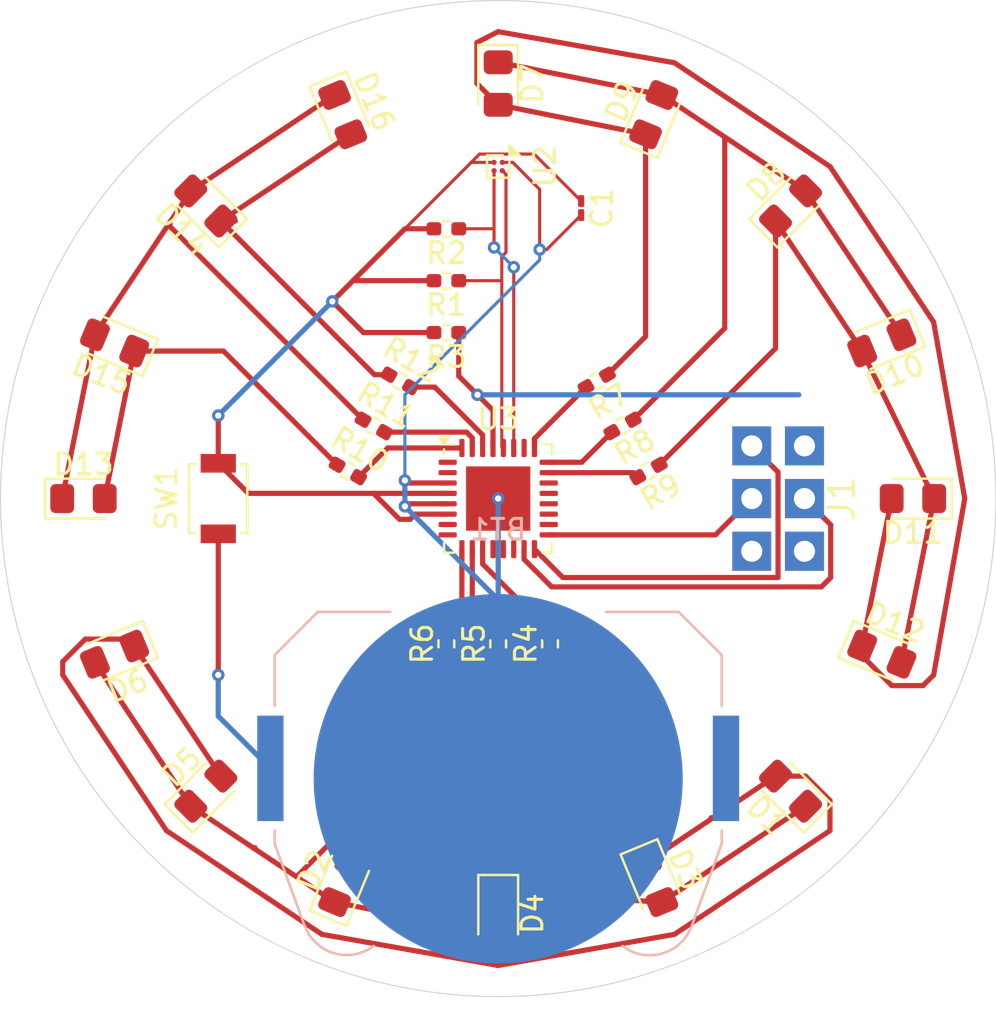
<source format=kicad_pcb>
(kicad_pcb (version 20241229) (generator "pcbnew") (generator_version "9.0")
  (layers (0 "F.Cu" signal) (2 "B.Cu" signal) (13 "F.Paste" user) (15 "B.Paste" user) (5 "F.SilkS" user "F.Silkscreen") (7 "B.SilkS" user "B.Silkscreen") (1 "F.Mask" user) (3 "B.Mask" user) (25 "Edge.Cuts" user))
  (net 0 "")
  (net 1 "GND")
  (net 2 "Net-(BT1-+)")
  (net 3 "+3V0")
  (net 4 "Net-(D1-K)")
  (net 5 "Net-(D1-A)")
  (net 6 "Net-(D2-K)")
  (net 7 "Net-(D11-A)")
  (net 8 "Net-(D10-K)")
  (net 9 "Net-(D10-A)")
  (net 10 "Net-(D13-A)")
  (net 11 "Net-(D13-K)")
  (net 12 "Net-(D14-K)")
  (net 13 "/Reset")
  (net 14 "/Mosi")
  (net 15 "/Sck")
  (net 16 "/Miso")
  (net 17 "Net-(U2-SCL)")
  (net 18 "Net-(U2-SDA)")
  (net 19 "/CP3")
  (net 20 "/CP2")
  (net 21 "/CP1")
  (net 22 "/CP6")
  (net 23 "/CP5")
  (net 24 "/CP4")
  (net 25 "/CP9")
  (net 26 "/CP8")
  (net 27 "/CP7")
  (footprint "Resistor_SMD:R_0402_1005Metric_Pad0.72x0.64mm_HandSolder" (layer "F.Cu") (at 95.25 94.33 -30)
    (property "Reference" "R12" (at 0 -1.17 150) (layer "F.SilkS"))
    (property "Value" "120Ω")
    (fp_line (start -0.167621 0.38) (end 0.167621 0.38) (stroke (width 0.12)) (layer "F.SilkS"))
    (fp_line (start -0.167621 -0.38) (end 0.167621 -0.38) (stroke (width 0.12)) (layer "F.SilkS"))
    (pad "1" smd roundrect (at -0.5975 0 330) (size 0.715 0.64) (layers "F.Cu" "F.Mask" "F.Paste") (net 12 "Net-(D14-K)"))
    (pad "2" smd roundrect (at 0.5975 0 330) (size 0.715 0.64) (layers "F.Cu" "F.Mask" "F.Paste") (net 27 "/CP7"))
  )
  (footprint "LED_SMD:LED_0805_2012Metric_Pad1.15x1.40mm_HandSolder" (layer "F.Cu") (at 120 100 180)
    (property "Reference" "D11" (at 0 -1.65 0) (layer "F.SilkS"))
    (property "Value" "LED")
    (fp_line (start 1 -0.96) (end -1.86 -0.96) (stroke (width 0.12)) (layer "F.SilkS"))
    (fp_line (start -1.86 0.96) (end 1 0.96) (stroke (width 0.12)) (layer "F.SilkS"))
    (fp_line (start -1.86 -0.96) (end -1.86 0.96) (stroke (width 0.12)) (layer "F.SilkS"))
    (pad "1" smd roundrect (at -1.024999 0 180) (size 1.15 1.4) (layers "F.Cu" "F.Mask" "F.Paste") (roundrect_rratio 0.217391) (net 9 "Net-(D10-A)"))
    (pad "2" smd roundrect (at 1.024999 0 180) (size 1.15 1.4) (layers "F.Cu" "F.Mask" "F.Paste") (roundrect_rratio 0.217391) (net 7 "Net-(D11-A)"))
  )
  (footprint "Resistor_SMD:R_0402_1005Metric_Pad0.72x0.64mm_HandSolder" (layer "F.Cu") (at 97.5 92 180)
    (property "Reference" "R3" (at 0 -1.17 0) (layer "F.SilkS"))
    (property "Value" "10KΩ")
    (fp_line (start -0.167621 0.38) (end 0.167621 0.38) (stroke (width 0.12)) (layer "F.SilkS"))
    (fp_line (start -0.167621 -0.38) (end 0.167621 -0.38) (stroke (width 0.12)) (layer "F.SilkS"))
    (pad "1" smd roundrect (at -0.5975 0 180) (size 0.715 0.64) (layers "F.Cu" "F.Mask" "F.Paste") (net 13 "/Reset"))
    (pad "2" smd roundrect (at 0.5975 0 180) (size 0.715 0.64) (layers "F.Cu" "F.Mask" "F.Paste") (net 3 "+3V0"))
  )
  (footprint "Button_Switch_SMD:SW_SPST_B3U-1000P" (layer "F.Cu") (at 86.5 100 90)
    (property "Reference" "SW1" (at 0 -2.5 90) (layer "F.SilkS"))
    (property "Value" "SW_SPST")
    (fp_line (start 1.65 -1.4) (end 1.65 -1.1) (stroke (width 0.12)) (layer "F.SilkS"))
    (fp_line (start -1.65 -1.4) (end 1.65 -1.4) (stroke (width 0.12)) (layer "F.SilkS"))
    (fp_line (start -1.65 -1.1) (end -1.65 -1.4) (stroke (width 0.12)) (layer "F.SilkS"))
    (fp_line (start -1.65 1.1) (end -1.65 1.4) (stroke (width 0.12)) (layer "F.SilkS"))
    (fp_line (start 1.65 1.4) (end 1.65 1.1) (stroke (width 0.12)) (layer "F.SilkS"))
    (fp_line (start -1.65 1.4) (end 1.65 1.4) (stroke (width 0.12)) (layer "F.SilkS"))
    (pad "1" smd rect (at -1.7 0 90) (size 0.9 1.7) (layers "F.Cu" "F.Mask" "F.Paste") (net 2 "Net-(BT1-+)"))
    (pad "2" smd rect (at 1.7 0 90) (size 0.9 1.7) (layers "F.Cu" "F.Mask" "F.Paste") (net 3 "+3V0"))
  )
  (footprint "LED_SMD:LED_0805_2012Metric_Pad1.15x1.40mm_HandSolder" (layer "F.Cu") (at 118.5 107.5 -22.5)
    (property "Reference" "D12" (at 0 -1.65 157.5) (layer "F.SilkS"))
    (property "Value" "LED")
    (fp_line (start -1.860001 0.96) (end 1 0.96) (stroke (width 0.12)) (layer "F.SilkS"))
    (fp_line (start -1.86 -0.96) (end -1.860001 0.96) (stroke (width 0.12)) (layer "F.SilkS"))
    (fp_line (start 1 -0.960001) (end -1.86 -0.96) (stroke (width 0.12)) (layer "F.SilkS"))
    (pad "1" smd roundrect (at -1.025 0.000001 337.5) (size 1.15 1.4) (layers "F.Cu" "F.Mask" "F.Paste") (roundrect_rratio 0.217391) (net 7 "Net-(D11-A)"))
    (pad "2" smd roundrect (at 1.025 -0.000001 337.5) (size 1.15 1.4) (layers "F.Cu" "F.Mask" "F.Paste") (roundrect_rratio 0.217391) (net 9 "Net-(D10-A)"))
  )
  (footprint "Resistor_SMD:R_0402_1005Metric_Pad0.72x0.64mm_HandSolder" (layer "F.Cu") (at 97.5 107 90)
    (property "Reference" "R6" (at 0 -1.17 90) (layer "F.SilkS"))
    (property "Value" "120Ω")
    (fp_line (start -0.167621 -0.38) (end 0.167621 -0.38) (stroke (width 0.12)) (layer "F.SilkS"))
    (fp_line (start -0.167621 0.38) (end 0.167621 0.38) (stroke (width 0.12)) (layer "F.SilkS"))
    (pad "1" smd roundrect (at -0.5975 0 90) (size 0.715 0.64) (layers "F.Cu" "F.Mask" "F.Paste") (net 6 "Net-(D2-K)"))
    (pad "2" smd roundrect (at 0.5975 0 90) (size 0.715 0.64) (layers "F.Cu" "F.Mask" "F.Paste") (net 21 "/CP1"))
  )
  (footprint "LED_SMD:LED_0805_2012Metric_Pad1.15x1.40mm_HandSolder" (layer "F.Cu") (at 85.9 85.9 135)
    (property "Reference" "D14" (at 0 -1.65 135) (layer "F.SilkS"))
    (property "Value" "LED")
    (fp_line (start 1 -0.96) (end -1.86 -0.96) (stroke (width 0.12)) (layer "F.SilkS"))
    (fp_line (start -1.86 -0.96) (end -1.86 0.96) (stroke (width 0.12)) (layer "F.SilkS"))
    (fp_line (start -1.86 0.96) (end 1 0.96) (stroke (width 0.12)) (layer "F.SilkS"))
    (pad "1" smd roundrect (at -1.024999 0 135) (size 1.15 1.4) (layers "F.Cu" "F.Mask" "F.Paste") (roundrect_rratio 0.217391) (net 12 "Net-(D14-K)"))
    (pad "2" smd roundrect (at 1.024999 0 135) (size 1.15 1.4) (layers "F.Cu" "F.Mask" "F.Paste") (roundrect_rratio 0.217391) (net 11 "Net-(D13-K)"))
  )
  (footprint "LED_SMD:LED_0805_2012Metric_Pad1.15x1.40mm_HandSolder" (layer "F.Cu") (at 114.1 114.1 135)
    (property "Reference" "D1" (at 0 -1.65 135) (layer "F.SilkS"))
    (property "Value" "LED")
    (fp_line (start 1 -0.96) (end -1.86 -0.96) (stroke (width 0.12)) (layer "F.SilkS"))
    (fp_line (start -1.86 -0.96) (end -1.86 0.96) (stroke (width 0.12)) (layer "F.SilkS"))
    (fp_line (start -1.86 0.96) (end 1 0.96) (stroke (width 0.12)) (layer "F.SilkS"))
    (pad "1" smd roundrect (at -1.024999 0 135) (size 1.15 1.4) (layers "F.Cu" "F.Mask" "F.Paste") (roundrect_rratio 0.217391) (net 4 "Net-(D1-K)"))
    (pad "2" smd roundrect (at 1.024999 0 135) (size 1.15 1.4) (layers "F.Cu" "F.Mask" "F.Paste") (roundrect_rratio 0.217391) (net 5 "Net-(D1-A)"))
  )
  (footprint "Resistor_SMD:R_0402_1005Metric_Pad0.72x0.64mm_HandSolder" (layer "F.Cu") (at 104.75 94.33 -150)
    (property "Reference" "R7" (at 0 -1.17 30) (layer "F.SilkS"))
    (property "Value" "120Ω")
    (fp_line (start -0.167621 0.38) (end 0.167621 0.38) (stroke (width 0.12)) (layer "F.SilkS"))
    (fp_line (start -0.167621 -0.38) (end 0.167621 -0.38) (stroke (width 0.12)) (layer "F.SilkS"))
    (pad "1" smd roundrect (at -0.5975 0 210) (size 0.715 0.64) (layers "F.Cu" "F.Mask" "F.Paste") (net 7 "Net-(D11-A)"))
    (pad "2" smd roundrect (at 0.5975 0 210) (size 0.715 0.64) (layers "F.Cu" "F.Mask" "F.Paste") (net 22 "/CP6"))
  )
  (footprint "LED_SMD:LED_0805_2012Metric_Pad1.15x1.40mm_HandSolder" (layer "F.Cu") (at 118.5 92.5 -157.5)
    (property "Reference" "D10" (at 0.000001 -1.65 22.5) (layer "F.SilkS"))
    (property "Value" "LED")
    (fp_line (start 1.000001 -0.96) (end -1.86 -0.96) (stroke (width 0.12)) (layer "F.SilkS"))
    (fp_line (start -1.86 0.959999) (end 0.999999 0.96) (stroke (width 0.12)) (layer "F.SilkS"))
    (fp_line (start -1.86 -0.96) (end -1.86 0.959999) (stroke (width 0.12)) (layer "F.SilkS"))
    (pad "1" smd roundrect (at -1.025001 0 202.5) (size 1.15 1.4) (layers "F.Cu" "F.Mask" "F.Paste") (roundrect_rratio 0.217391) (net 8 "Net-(D10-K)"))
    (pad "2" smd roundrect (at 1.025001 0 202.5) (size 1.15 1.4) (layers "F.Cu" "F.Mask" "F.Paste") (roundrect_rratio 0.217391) (net 9 "Net-(D10-A)"))
  )
  (footprint "LED_SMD:LED_0805_2012Metric_Pad1.15x1.40mm_HandSolder" (layer "F.Cu") (at 81.5 92.5 157.5)
    (property "Reference" "D15" (at -0.000001 -1.65 157.5) (layer "F.SilkS"))
    (property "Value" "LED")
    (fp_line (start 0.999999 -0.96) (end -1.86 -0.959999) (stroke (width 0.12)) (layer "F.SilkS"))
    (fp_line (start -1.86 -0.959999) (end -1.86 0.96) (stroke (width 0.12)) (layer "F.SilkS"))
    (fp_line (start -1.86 0.96) (end 1.000001 0.96) (stroke (width 0.12)) (layer "F.SilkS"))
    (pad "1" smd roundrect (at -1.025001 0 157.5) (size 1.15 1.4) (layers "F.Cu" "F.Mask" "F.Paste") (roundrect_rratio 0.217391) (net 10 "Net-(D13-A)"))
    (pad "2" smd roundrect (at 1.025001 0 157.5) (size 1.15 1.4) (layers "F.Cu" "F.Mask" "F.Paste") (roundrect_rratio 0.217391) (net 11 "Net-(D13-K)"))
  )
  (footprint "Resistor_SMD:R_0402_1005Metric_Pad0.72x0.64mm_HandSolder" (layer "F.Cu") (at 97.5 87 180)
    (property "Reference" "R2" (at 0 -1.17 0) (layer "F.SilkS"))
    (property "Value" "10KΩ")
    (fp_line (start -0.167621 0.38) (end 0.167621 0.38) (stroke (width 0.12)) (layer "F.SilkS"))
    (fp_line (start -0.167621 -0.38) (end 0.167621 -0.38) (stroke (width 0.12)) (layer "F.SilkS"))
    (pad "1" smd roundrect (at -0.5975 0 180) (size 0.715 0.64) (layers "F.Cu" "F.Mask" "F.Paste") (net 18 "Net-(U2-SDA)"))
    (pad "2" smd roundrect (at 0.5975 0 180) (size 0.715 0.64) (layers "F.Cu" "F.Mask" "F.Paste") (net 3 "+3V0"))
  )
  (footprint "LED_SMD:LED_0805_2012Metric_Pad1.15x1.40mm_HandSolder" (layer "F.Cu") (at 100 120 -90)
    (property "Reference" "D4" (at 0 -1.65 90) (layer "F.SilkS"))
    (property "Value" "LED")
    (fp_line (start -1.86 0.96) (end 1 0.96) (stroke (width 0.12)) (layer "F.SilkS"))
    (fp_line (start -1.86 -0.96) (end -1.86 0.96) (stroke (width 0.12)) (layer "F.SilkS"))
    (fp_line (start 1 -0.96) (end -1.86 -0.96) (stroke (width 0.12)) (layer "F.SilkS"))
    (pad "1" smd roundrect (at -1.024999 0 270) (size 1.15 1.4) (layers "F.Cu" "F.Mask" "F.Paste") (roundrect_rratio 0.217391) (net 4 "Net-(D1-K)"))
    (pad "2" smd roundrect (at 1.024999 0 270) (size 1.15 1.4) (layers "F.Cu" "F.Mask" "F.Paste") (roundrect_rratio 0.217391) (net 6 "Net-(D2-K)"))
  )
  (footprint "LED_SMD:LED_0805_2012Metric_Pad1.15x1.40mm_HandSolder" (layer "F.Cu") (at 80 100)
    (property "Reference" "D13" (at 0 -1.65 0) (layer "F.SilkS"))
    (property "Value" "LED")
    (fp_line (start -1.86 -0.96) (end -1.86 0.96) (stroke (width 0.12)) (layer "F.SilkS"))
    (fp_line (start -1.86 0.96) (end 1 0.96) (stroke (width 0.12)) (layer "F.SilkS"))
    (fp_line (start 1 -0.96) (end -1.86 -0.96) (stroke (width 0.12)) (layer "F.SilkS"))
    (pad "1" smd roundrect (at -1.025 0) (size 1.15 1.4) (layers "F.Cu" "F.Mask" "F.Paste") (roundrect_rratio 0.217391) (net 11 "Net-(D13-K)"))
    (pad "2" smd roundrect (at 1.025 0) (size 1.15 1.4) (layers "F.Cu" "F.Mask" "F.Paste") (roundrect_rratio 0.217391) (net 10 "Net-(D13-A)"))
  )
  (footprint "Resistor_SMD:R_0402_1005Metric_Pad0.72x0.64mm_HandSolder" (layer "F.Cu") (at 100 107 90)
    (property "Reference" "R5" (at 0 -1.17 90) (layer "F.SilkS"))
    (property "Value" "120Ω")
    (fp_line (start -0.167621 -0.38) (end 0.167621 -0.38) (stroke (width 0.12)) (layer "F.SilkS"))
    (fp_line (start -0.167621 0.38) (end 0.167621 0.38) (stroke (width 0.12)) (layer "F.SilkS"))
    (pad "1" smd roundrect (at -0.5975 0 90) (size 0.715 0.64) (layers "F.Cu" "F.Mask" "F.Paste") (net 4 "Net-(D1-K)"))
    (pad "2" smd roundrect (at 0.5975 0 90) (size 0.715 0.64) (layers "F.Cu" "F.Mask" "F.Paste") (net 20 "/CP2"))
  )
  (footprint "Resistor_SMD:R_0402_1005Metric_Pad0.72x0.64mm_HandSolder" (layer "F.Cu") (at 97.5 89.5 180)
    (property "Reference" "R1" (at 0 -1.17 0) (layer "F.SilkS"))
    (property "Value" "10KΩ")
    (fp_line (start -0.167621 0.38) (end 0.167621 0.38) (stroke (width 0.12)) (layer "F.SilkS"))
    (fp_line (start -0.167621 -0.38) (end 0.167621 -0.38) (stroke (width 0.12)) (layer "F.SilkS"))
    (pad "1" smd roundrect (at -0.5975 0 180) (size 0.715 0.64) (layers "F.Cu" "F.Mask" "F.Paste") (net 17 "Net-(U2-SCL)"))
    (pad "2" smd roundrect (at 0.5975 0 180) (size 0.715 0.64) (layers "F.Cu" "F.Mask" "F.Paste") (net 3 "+3V0"))
  )
  (footprint "Resistor_SMD:R_0402_1005Metric_Pad0.72x0.64mm_HandSolder" (layer "F.Cu") (at 94 96.5 -30)
    (property "Reference" "R11" (at 0 -1.17 150) (layer "F.SilkS"))
    (property "Value" "120Ω")
    (fp_line (start -0.167621 0.38) (end 0.167621 0.38) (stroke (width 0.12)) (layer "F.SilkS"))
    (fp_line (start -0.167621 -0.38) (end 0.167621 -0.38) (stroke (width 0.12)) (layer "F.SilkS"))
    (pad "1" smd roundrect (at -0.5975 0 330) (size 0.715 0.64) (layers "F.Cu" "F.Mask" "F.Paste") (net 11 "Net-(D13-K)"))
    (pad "2" smd roundrect (at 0.5975 0 330) (size 0.715 0.64) (layers "F.Cu" "F.Mask" "F.Paste") (net 26 "/CP8"))
  )
  (footprint "LED_SMD:LED_0805_2012Metric_Pad1.15x1.40mm_HandSolder" (layer "F.Cu") (at 81.5 107.5 -157.5)
    (property "Reference" "D6" (at -0.000001 -1.65 22.5) (layer "F.SilkS"))
    (property "Value" "LED")
    (fp_line (start 0.999999 -0.959999) (end -1.86 -0.96) (stroke (width 0.12)) (layer "F.SilkS"))
    (fp_line (start -1.86 0.959999) (end 1 0.96) (stroke (width 0.12)) (layer "F.SilkS"))
    (fp_line (start -1.86 -0.96) (end -1.86 0.959999) (stroke (width 0.12)) (layer "F.SilkS"))
    (pad "1" smd roundrect (at -1.025001 0 202.5) (size 1.15 1.4) (layers "F.Cu" "F.Mask" "F.Paste") (roundrect_rratio 0.217391) (net 5 "Net-(D1-A)"))
    (pad "2" smd roundrect (at 1.025001 0 202.5) (size 1.15 1.4) (layers "F.Cu" "F.Mask" "F.Paste") (roundrect_rratio 0.217391) (net 6 "Net-(D2-K)"))
  )
  (footprint "LED_SMD:LED_0805_2012Metric_Pad1.15x1.40mm_HandSolder" (layer "F.Cu") (at 100 80 -90)
    (property "Reference" "D7" (at 0 -1.65 90) (layer "F.SilkS"))
    (property "Value" "LED")
    (fp_line (start -1.86 0.96) (end 1 0.96) (stroke (width 0.12)) (layer "F.SilkS"))
    (fp_line (start -1.86 -0.96) (end -1.86 0.96) (stroke (width 0.12)) (layer "F.SilkS"))
    (fp_line (start 1 -0.96) (end -1.86 -0.96) (stroke (width 0.12)) (layer "F.SilkS"))
    (pad "1" smd roundrect (at -1.025 0 270) (size 1.15 1.4) (layers "F.Cu" "F.Mask" "F.Paste") (roundrect_rratio 0.217391) (net 8 "Net-(D10-K)"))
    (pad "2" smd roundrect (at 1.025 0 270) (size 1.15 1.4) (layers "F.Cu" "F.Mask" "F.Paste") (roundrect_rratio 0.217391) (net 7 "Net-(D11-A)"))
  )
  (footprint "Resistor_SMD:R_0402_1005Metric_Pad0.72x0.64mm_HandSolder" (layer "F.Cu") (at 106 96.5 -150)
    (property "Reference" "R8" (at 0 -1.17 30) (layer "F.SilkS"))
    (property "Value" "120Ω")
    (fp_line (start -0.167621 0.380001) (end 0.167621 0.380001) (stroke (width 0.12)) (layer "F.SilkS"))
    (fp_line (start -0.167621 -0.380001) (end 0.167621 -0.380001) (stroke (width 0.12)) (layer "F.SilkS"))
    (pad "1" smd roundrect (at -0.5975 0 210) (size 0.715 0.64) (layers "F.Cu" "F.Mask" "F.Paste") (net 8 "Net-(D10-K)"))
    (pad "2" smd roundrect (at 0.5975 0 210) (size 0.715 0.64) (layers "F.Cu" "F.Mask" "F.Paste") (net 23 "/CP5"))
  )
  (footprint "LED_SMD:LED_0805_2012Metric_Pad1.15x1.40mm_HandSolder" (layer "F.Cu") (at 114.1 85.9 45)
    (property "Reference" "D8" (at 0 -1.65 45) (layer "F.SilkS"))
    (property "Value" "LED")
    (fp_line (start -1.86 -0.96) (end -1.86 0.96) (stroke (width 0.12)) (layer "F.SilkS"))
    (fp_line (start -1.86 0.96) (end 1 0.96) (stroke (width 0.12)) (layer "F.SilkS"))
    (fp_line (start 1 -0.96) (end -1.86 -0.96) (stroke (width 0.12)) (layer "F.SilkS"))
    (pad "1" smd roundrect (at -1.024999 0 45) (size 1.15 1.4) (layers "F.Cu" "F.Mask" "F.Paste") (roundrect_rratio 0.217391) (net 9 "Net-(D10-A)"))
    (pad "2" smd roundrect (at 1.024999 0 45) (size 1.15 1.4) (layers "F.Cu" "F.Mask" "F.Paste") (roundrect_rratio 0.217391) (net 8 "Net-(D10-K)"))
  )
  (footprint "LED_SMD:LED_0805_2012Metric_Pad1.15x1.40mm_HandSolder" (layer "F.Cu") (at 107.5 118.5 -67.5)
    (property "Reference" "D3" (at 0 -1.65 112.5) (layer "F.SilkS"))
    (property "Value" "LED")
    (fp_line (start -1.86 0.96) (end 1 0.96) (stroke (width 0.12)) (layer "F.SilkS"))
    (fp_line (start -1.86 -0.96) (end -1.86 0.96) (stroke (width 0.12)) (layer "F.SilkS"))
    (fp_line (start 1 -0.96) (end -1.86 -0.96) (stroke (width 0.12)) (layer "F.SilkS"))
    (pad "1" smd roundrect (at -1.025001 0 292.5) (size 1.15 1.4) (layers "F.Cu" "F.Mask" "F.Paste") (roundrect_rratio 0.217391) (net 5 "Net-(D1-A)"))
    (pad "2" smd roundrect (at 1.025001 0 292.5) (size 1.15 1.4) (layers "F.Cu" "F.Mask" "F.Paste") (roundrect_rratio 0.217391) (net 4 "Net-(D1-K)"))
  )
  (footprint "Custom Library:2X3-NS" (layer "F.Cu") (at 113.5 100 -90)
    (property "Reference" "J1" (at 0 -3.0448 90) (layer "F.SilkS") (effects (font (size 1.27 1.27))))
    (property "Value" "AVR_SPI_PRG_6NS")
    (pad "1" thru_hole rect (at -2.54 1.27 270) (size 1.8796 1.8796) (drill 1.016) (layers "*.Cu" "*.Mask") (net 16 "/Miso"))
    (pad "2" thru_hole rect (at -2.54 -1.27 270) (size 1.8796 1.8796) (drill 1.016) (layers "*.Cu" "*.Mask") (net 3 "+3V0"))
    (pad "3" thru_hole rect (at 0 1.27 270) (size 1.8796 1.8796) (drill 1.016) (layers "*.Cu" "*.Mask") (net 15 "/Sck"))
    (pad "4" thru_hole rect (at 0 -1.27 270) (size 1.8796 1.8796) (drill 1.016) (layers "*.Cu" "*.Mask") (net 14 "/Mosi"))
    (pad "5" thru_hole rect (at 2.54 1.27 270) (size 1.8796 1.8796) (drill 1.016) (layers "*.Cu" "*.Mask") (net 13 "/Reset"))
    (pad "6" thru_hole rect (at 2.54 -1.27 270) (size 1.8796 1.8796) (drill 1.016) (layers "*.Cu" "*.Mask") (net 1 "GND"))
  )
  (footprint "LED_SMD:LED_0805_2012Metric_Pad1.15x1.40mm_HandSolder" (layer "F.Cu") (at 107.5 81.5 67.5)
    (property "Reference" "D9" (at 0 -1.65 67.5) (layer "F.SilkS"))
    (property "Value" "LED")
    (fp_line (start -1.86 -0.96) (end -1.86 0.96) (stroke (width 0.12)) (layer "F.SilkS"))
    (fp_line (start 1 -0.96) (end -1.86 -0.96) (stroke (width 0.12)) (layer "F.SilkS"))
    (fp_line (start -1.86 0.96) (end 1 0.96) (stroke (width 0.12)) (layer "F.SilkS"))
    (pad "1" smd roundrect (at -1.025001 0 67.5) (size 1.15 1.4) (layers "F.Cu" "F.Mask" "F.Paste") (roundrect_rratio 0.217391) (net 7 "Net-(D11-A)"))
    (pad "2" smd roundrect (at 1.025001 0 67.5) (size 1.15 1.4) (layers "F.Cu" "F.Mask" "F.Paste") (roundrect_rratio 0.217391) (net 8 "Net-(D10-K)"))
  )
  (footprint "LED_SMD:LED_0805_2012Metric_Pad1.15x1.40mm_HandSolder" (layer "F.Cu") (at 92.5 81.5 -67.5)
    (property "Reference" "D16" (at 0 -1.65 112.5) (layer "F.SilkS"))
    (property "Value" "LED")
    (fp_line (start -1.86 0.96) (end 1 0.96) (stroke (width 0.12)) (layer "F.SilkS"))
    (fp_line (start -1.86 -0.96) (end -1.86 0.96) (stroke (width 0.12)) (layer "F.SilkS"))
    (fp_line (start 1 -0.96) (end -1.86 -0.96) (stroke (width 0.12)) (layer "F.SilkS"))
    (pad "1" smd roundrect (at -1.025001 0 292.5) (size 1.15 1.4) (layers "F.Cu" "F.Mask" "F.Paste") (roundrect_rratio 0.217391) (net 11 "Net-(D13-K)"))
    (pad "2" smd roundrect (at 1.025001 0 292.5) (size 1.15 1.4) (layers "F.Cu" "F.Mask" "F.Paste") (roundrect_rratio 0.217391) (net 12 "Net-(D14-K)"))
  )
  (footprint "Resistor_SMD:R_0402_1005Metric_Pad0.72x0.64mm_HandSolder" (layer "F.Cu") (at 107.25 98.67 -150)
    (property "Reference" "R9" (at 0 -1.17 30) (layer "F.SilkS"))
    (property "Value" "120Ω")
    (fp_line (start -0.167621 0.38) (end 0.167621 0.38) (stroke (width 0.12)) (layer "F.SilkS"))
    (fp_line (start -0.167621 -0.38) (end 0.167621 -0.38) (stroke (width 0.12)) (layer "F.SilkS"))
    (pad "1" smd roundrect (at -0.5975 0 210) (size 0.715 0.64) (layers "F.Cu" "F.Mask" "F.Paste") (net 9 "Net-(D10-A)"))
    (pad "2" smd roundrect (at 0.5975 0 210) (size 0.715 0.64) (layers "F.Cu" "F.Mask" "F.Paste") (net 24 "/CP4"))
  )
  (footprint "Capacitor_SMD:C_01005_0402Metric_Pad0.57x0.30mm_HandSolder" (layer "F.Cu") (at 104 86 -90)
    (property "Reference" "C1" (at 0 -1 90) (layer "F.SilkS"))
    (property "Value" "2.2µF")
    (pad "1" smd roundrect (at -0.3375 0 270) (size 0.575 0.3) (layers "F.Cu" "F.Mask") (net 3 "+3V0"))
    (pad "2" smd roundrect (at 0.3375 0 270) (size 0.575 0.3) (layers "F.Cu" "F.Mask") (net 1 "GND"))
  )
  (footprint "Resistor_SMD:R_0402_1005Metric_Pad0.72x0.64mm_HandSolder" (layer "F.Cu") (at 92.75 98.67 -30)
    (property "Reference" "R10" (at 0 -1.17 150) (layer "F.SilkS"))
    (property "Value" "120Ω")
    (fp_line (start -0.167621 0.38) (end 0.167621 0.38) (stroke (width 0.12)) (layer "F.SilkS"))
    (fp_line (start -0.167621 -0.38) (end 0.167621 -0.38) (stroke (width 0.12)) (layer "F.SilkS"))
    (pad "1" smd roundrect (at -0.5975 0 330) (size 0.715 0.64) (layers "F.Cu" "F.Mask" "F.Paste") (net 10 "Net-(D13-A)"))
    (pad "2" smd roundrect (at 0.5975 0 330) (size 0.715 0.64) (layers "F.Cu" "F.Mask" "F.Paste") (net 25 "/CP9"))
  )
  (footprint "Package_DFN_QFN:QFN-32-1EP_5x5mm_P0.5mm_EP3.1x3.1mm" (layer "F.Cu") (at 100 100)
    (property "Reference" "U3" (at 0 -3.83 0) (layer "F.SilkS"))
    (property "Value" "ATmega328P-M")
    (fp_line (start -2.61 -2.135) (end -2.61 -2.37) (stroke (width 0.12)) (layer "F.SilkS"))
    (fp_line (start -2.61 2.61) (end -2.61 2.135) (stroke (width 0.12)) (layer "F.SilkS"))
    (fp_line (start -2.135 -2.61) (end -2.31 -2.61) (stroke (width 0.12)) (layer "F.SilkS"))
    (fp_line (start -2.135 2.61) (end -2.61 2.61) (stroke (width 0.12)) (layer "F.SilkS"))
    (fp_line (start 2.135 -2.61) (end 2.61 -2.61) (stroke (width 0.12)) (layer "F.SilkS"))
    (fp_line (start 2.135 2.61) (end 2.61 2.61) (stroke (width 0.12)) (layer "F.SilkS"))
    (fp_line (start 2.61 -2.61) (end 2.61 -2.135) (stroke (width 0.12)) (layer "F.SilkS"))
    (fp_line (start 2.61 2.61) (end 2.61 2.135) (stroke (width 0.12)) (layer "F.SilkS"))
    (fp_poly (pts (xy -2.61 -2.61) (xy -2.85 -2.94) (xy -2.37 -2.94)) (stroke (width 0.12)) (fill yes) (layer "F.SilkS"))
    (pad "1" smd roundrect (at -2.4375 -1.75) (size 0.875 0.25) (layers "F.Cu" "F.Mask" "F.Paste"))
    (pad "2" smd roundrect (at -2.4375 -1.25) (size 0.875 0.25) (layers "F.Cu" "F.Mask" "F.Paste"))
    (pad "3" smd roundrect (at -2.4375 -0.75) (size 0.875 0.25) (layers "F.Cu" "F.Mask" "F.Paste") (net 1 "GND"))
    (pad "4" smd roundrect (at -2.4375 -0.25) (size 0.875 0.25) (layers "F.Cu" "F.Mask" "F.Paste") (net 3 "+3V0"))
    (pad "5" smd roundrect (at -2.4375 0.25) (size 0.875 0.25) (layers "F.Cu" "F.Mask" "F.Paste") (net 1 "GND"))
    (pad "6" smd roundrect (at -2.4375 0.75) (size 0.875 0.25) (layers "F.Cu" "F.Mask" "F.Paste") (net 3 "+3V0"))
    (pad "7" smd roundrect (at -2.4375 1.25) (size 0.875 0.25) (layers "F.Cu" "F.Mask" "F.Paste"))
    (pad "8" smd roundrect (at -2.4375 1.75) (size 0.875 0.25) (layers "F.Cu" "F.Mask" "F.Paste"))
    (pad "9" smd roundrect (at -1.75 2.4375) (size 0.25 0.875) (layers "F.Cu" "F.Mask" "F.Paste") (net 21 "/CP1"))
    (pad "10" smd roundrect (at -1.25 2.4375) (size 0.25 0.875) (layers "F.Cu" "F.Mask" "F.Paste") (net 20 "/CP2"))
    (pad "11" smd roundrect (at -0.75 2.4375) (size 0.25 0.875) (layers "F.Cu" "F.Mask" "F.Paste") (net 19 "/CP3"))
    (pad "12" smd roundrect (at -0.25 2.4375) (size 0.25 0.875) (layers "F.Cu" "F.Mask" "F.Paste"))
    (pad "13" smd roundrect (at 0.25 2.4375) (size 0.25 0.875) (layers "F.Cu" "F.Mask" "F.Paste"))
    (pad "14" smd roundrect (at 0.75 2.4375) (size 0.25 0.875) (layers "F.Cu" "F.Mask" "F.Paste"))
    (pad "15" smd roundrect (at 1.25 2.4375) (size 0.25 0.875) (layers "F.Cu" "F.Mask" "F.Paste") (net 14 "/Mosi"))
    (pad "16" smd roundrect (at 1.75 2.4375) (size 0.25 0.875) (layers "F.Cu" "F.Mask" "F.Paste") (net 16 "/Miso"))
    (pad "17" smd roundrect (at 2.4375 1.75) (size 0.875 0.25) (layers "F.Cu" "F.Mask" "F.Paste") (net 15 "/Sck"))
    (pad "18" smd roundrect (at 2.4375 1.25) (size 0.875 0.25) (layers "F.Cu" "F.Mask" "F.Paste") (net 3 "+3V0"))
    (pad "19" smd roundrect (at 2.4375 0.75) (size 0.875 0.25) (layers "F.Cu" "F.Mask" "F.Paste"))
    (pad "20" smd roundrect (at 2.4375 0.25) (size 0.875 0.25) (layers "F.Cu" "F.Mask" "F.Paste"))
    (pad "21" smd roundrect (at 2.4375 -0.25) (size 0.875 0.25) (layers "F.Cu" "F.Mask" "F.Paste") (net 1 "GND"))
    (pad "22" smd roundrect (at 2.4375 -0.75) (size 0.875 0.25) (layers "F.Cu" "F.Mask" "F.Paste"))
    (pad "23" smd roundrect (at 2.4375 -1.25) (size 0.875 0.25) (layers "F.Cu" "F.Mask" "F.Paste") (net 24 "/CP4"))
    (pad "24" smd roundrect (at 2.4375 -1.75) (size 0.875 0.25) (layers "F.Cu" "F.Mask" "F.Paste") (net 23 "/CP5"))
    (pad "25" smd roundrect (at 1.75 -2.4375) (size 0.25 0.875) (layers "F.Cu" "F.Mask" "F.Paste") (net 22 "/CP6"))
    (pad "26" smd roundrect (at 1.25 -2.4375) (size 0.25 0.875) (layers "F.Cu" "F.Mask" "F.Paste"))
    (pad "27" smd roundrect (at 0.75 -2.4375) (size 0.25 0.875) (layers "F.Cu" "F.Mask" "F.Paste") (net 18 "Net-(U2-SDA)"))
    (pad "28" smd roundrect (at 0.25 -2.4375) (size 0.25 0.875) (layers "F.Cu" "F.Mask" "F.Paste") (net 17 "Net-(U2-SCL)"))
    (pad "29" smd roundrect (at -0.25 -2.4375) (size 0.25 0.875) (layers "F.Cu" "F.Mask" "F.Paste") (net 13 "/Reset"))
    (pad "30" smd roundrect (at -0.75 -2.4375) (size 0.25 0.875) (layers "F.Cu" "F.Mask" "F.Paste") (net 27 "/CP7"))
    (pad "31" smd roundrect (at -1.25 -2.4375) (size 0.25 0.875) (layers "F.Cu" "F.Mask" "F.Paste") (net 26 "/CP8"))
    (pad "32" smd roundrect (at -1.75 -2.4375) (size 0.25 0.875) (layers "F.Cu" "F.Mask" "F.Paste") (net 25 "/CP9"))
    (pad "33" smd rect (at 0 0) (size 3.1 3.1) (property pad_prop_heatsink) (layers "F.Cu" "F.Mask") (net 1 "GND"))
  )
  (footprint "LED_SMD:LED_0805_2012Metric_Pad1.15x1.40mm_HandSolder" (layer "F.Cu") (at 85.9 114.1 45)
    (property "Reference" "D5" (at 0 -1.65 45) (layer "F.SilkS"))
    (property "Value" "LED")
    (fp_line (start -1.860001 -0.960001) (end -1.86 0.96) (stroke (width 0.12)) (layer "F.SilkS"))
    (fp_line (start -1.86 0.96) (end 1 0.96) (stroke (width 0.12)) (layer "F.SilkS"))
    (fp_line (start 1 -0.960001) (end -1.860001 -0.960001) (stroke (width 0.12)) (layer "F.SilkS"))
    (pad "1" smd roundrect (at -1.025001 0 45) (size 1.15 1.4) (layers "F.Cu" "F.Mask" "F.Paste") (roundrect_rratio 0.217391) (net 6 "Net-(D2-K)"))
    (pad "2" smd roundrect (at 1.025001 0 45) (size 1.15 1.4) (layers "F.Cu" "F.Mask" "F.Paste") (roundrect_rratio 0.217391) (net 5 "Net-(D1-A)"))
  )
  (footprint "LED_SMD:LED_0805_2012Metric_Pad1.15x1.40mm_HandSolder" (layer "F.Cu") (at 92.5 118.5 67.5)
    (property "Reference" "D2" (at 0 -1.5 67.5) (layer "F.SilkS"))
    (property "Value" "LED")
    (fp_line (start -1.86 -0.959999) (end -1.86 0.96) (stroke (width 0.12)) (layer "F.SilkS"))
    (fp_line (start 0.999999 -0.96) (end -1.86 -0.959999) (stroke (width 0.12)) (layer "F.SilkS"))
    (fp_line (start -1.86 0.96) (end 1.000001 0.96) (stroke (width 0.12)) (layer "F.SilkS"))
    (pad "1" smd roundrect (at -1.025001 0 67.5) (size 1.15 1.4) (layers "F.Cu" "F.Mask" "F.Paste") (roundrect_rratio 0.217391) (net 6 "Net-(D2-K)"))
    (pad "2" smd roundrect (at 1.025001 0 67.5) (size 1.15 1.4) (layers "F.Cu" "F.Mask" "F.Paste") (roundrect_rratio 0.217391) (net 4 "Net-(D1-K)"))
  )
  (footprint "Package_BGA:WLP-4_0.86x0.86mm_P0.4mm" (layer "F.Cu") (at 100 84 -90)
    (property "Reference" "U2" (at 0 -2.25 90) (layer "F.SilkS"))
    (property "Value" "MMC5633NJL")
    (fp_line (start -0.54 0.54) (end 0.54 0.54) (stroke (width 0.12)) (layer "F.SilkS"))
    (fp_line (start 0.54 0.54) (end 0.54 -0.54) (stroke (width 0.12)) (layer "F.SilkS"))
    (fp_line (start -0.54 -0.22) (end -0.54 0.54) (stroke (width 0.12)) (layer "F.SilkS"))
    (fp_line (start -0.22 -0.54) (end 0.54 -0.54) (stroke (width 0.12)) (layer "F.SilkS"))
    (fp_poly (pts (xy -0.54 -0.54) (xy -1.04 -0.54) (xy -0.54 -1.04) (xy -0.54 -0.54)) (stroke (width 0.12)) (fill yes) (layer "F.SilkS"))
    (pad "A1" smd circle (at -0.2 -0.2 270) (size 0.25 0.25) (property pad_prop_bga) (layers "F.Cu" "F.Mask" "F.Paste") (net 1 "GND"))
    (pad "A2" smd circle (at 0.2 -0.2 270) (size 0.25 0.25) (property pad_prop_bga) (layers "F.Cu" "F.Mask" "F.Paste") (net 17 "Net-(U2-SCL)"))
    (pad "B1" smd circle (at -0.2 0.2 270) (size 0.25 0.25) (property pad_prop_bga) (layers "F.Cu" "F.Mask" "F.Paste") (net 3 "+3V0"))
    (pad "B2" smd circle (at 0.2 0.2 270) (size 0.25 0.25) (property pad_prop_bga) (layers "F.Cu" "F.Mask" "F.Paste") (net 18 "Net-(U2-SDA)"))
  )
  (footprint "Resistor_SMD:R_0402_1005Metric_Pad0.72x0.64mm_HandSolder" (layer "F.Cu") (at 102.5 107 90)
    (property "Reference" "R4" (at 0 -1.17 90) (layer "F.SilkS"))
    (property "Value" "120Ω")
    (fp_line (start -0.167621 -0.38) (end 0.167621 -0.38) (stroke (width 0.12)) (layer "F.SilkS"))
    (fp_line (start -0.167621 0.38) (end 0.167621 0.38) (stroke (width 0.12)) (layer "F.SilkS"))
    (pad "1" smd roundrect (at -0.5975 0 90) (size 0.715 0.64) (layers "F.Cu" "F.Mask" "F.Paste") (net 5 "Net-(D1-A)"))
    (pad "2" smd roundrect (at 0.5975 0 90) (size 0.715 0.64) (layers "F.Cu" "F.Mask" "F.Paste") (net 19 "/CP3"))
  )
  (footprint "Battery:BatteryHolder_Keystone_3034_1x20mm" (layer "B.Cu") (at 100 113 180)
    (property "Reference" "BT1" (at 0 11.5 0) (layer "B.SilkS") (effects (justify mirror)))
    (property "Value" "Battery_Cell")
    (fp_line (start 10.78 5.46) (end 10.78 3) (stroke (width 0.12)) (layer "B.SilkS"))
    (fp_line (start 10.78 -3) (end 10.78 -3.63) (stroke (width 0.12)) (layer "B.SilkS"))
    (fp_line (start 10.78 -3.63) (end 9.34 -7.58) (stroke (width 0.12)) (layer "B.SilkS"))
    (fp_line (start 8.7 7.54) (end 10.78 5.46) (stroke (width 0.12)) (layer "B.SilkS"))
    (fp_line (start 8.7 7.54) (end 5.2 7.54) (stroke (width 0.12)) (layer "B.SilkS"))
    (fp_line (start -5.2 7.54) (end -8.7 7.54) (stroke (width 0.12)) (layer "B.SilkS"))
    (fp_line (start -8.7 7.54) (end -10.78 5.46) (stroke (width 0.12)) (layer "B.SilkS"))
    (fp_line (start -10.78 5.46) (end -10.78 3) (stroke (width 0.12)) (layer "B.SilkS"))
    (fp_line (start -10.78 -3) (end -10.78 -3.63) (stroke (width 0.12)) (layer "B.SilkS"))
    (fp_line (start -10.78 -3.63) (end -9.34 -7.58) (stroke (width 0.12)) (layer "B.SilkS"))
    (fp_arc (start 6 -8.55) (mid 7.90634 -8.911669) (end 9.325243 -7.588169) (stroke (width 0.12)) (layer "B.SilkS"))
    (fp_arc (start -9.34 -7.58) (mid -7.921654 -8.918738) (end -6.003354 -8.56653) (stroke (width 0.12)) (layer "B.SilkS"))
    (pad "1" smd rect (at -10.985 0 180) (size 1.27 5.08) (layers "B.Cu" "B.Mask" "B.Paste") (net 2 "Net-(BT1-+)"))
    (pad "1" smd rect (at 10.985 0 180) (size 1.27 5.08) (layers "B.Cu" "B.Mask" "B.Paste") (net 2 "Net-(BT1-+)"))
    (pad "2" smd circle (at 0 -0.5 180) (size 17.8 17.8) (layers "B.Cu" "B.Mask") (net 1 "GND"))
  )
  (gr_circle (center 100 100) (end 124 100) (stroke (width 0.05)) (fill no) (layer "Edge.Cuts"))
  (segment (start 104 86.3375) (end 102.3375 88) (width 0.15) (layer "F.Cu") (net 1))
  (segment (start 102 85.1) (end 102 85.5) (width 0.15) (layer "F.Cu") (net 1))
  (segment (start 102.3375 88) (end 102 88) (width 0.15) (layer "F.Cu") (net 1))
  (segment (start 102 85.5) (end 102 88) (width 0.15) (layer "F.Cu") (net 1))
  (segment (start 100.2 83.8) (end 100.7 83.8) (width 0.15) (layer "F.Cu") (net 1))
  (segment (start 95.625 100.25) (end 95.5 100.375) (width 0.25) (layer "F.Cu") (net 1))
  (segment (start 97.5625 100.25) (end 95.625 100.25) (width 0.25) (layer "F.Cu") (net 1))
  (segment (start 95.625 99.25) (end 95.5 99.125) (width 0.25) (layer "F.Cu") (net 1))
  (segment (start 97.5625 99.25) (end 95.625 99.25) (width 0.25) (layer "F.Cu") (net 1))
  (segment (start 100.7 83.8) (end 102 85.1) (width 0.15) (layer "F.Cu") (net 1))
  (via (at 95.5 100.375) (size 0.6) (drill 0.3) (layers "F.Cu" "B.Cu") (net 1))
  (via (at 100 100) (size 0.6) (drill 0.3) (layers "F.Cu" "B.Cu") (net 1))
  (via (at 95.5 99.125) (size 0.6) (drill 0.3) (layers "F.Cu" "B.Cu") (net 1))
  (via (at 102 88) (size 0.6) (drill 0.3) (layers "F.Cu" "B.Cu") (net 1))
  (segment (start 102 88) (end 102 88.5) (width 0.15) (layer "B.Cu") (net 1))
  (segment (start 95.5 95) (end 95.5 99.125) (width 0.15) (layer "B.Cu") (net 1))
  (segment (start 95.5 100.375) (end 100 104.875) (width 0.25) (layer "B.Cu") (net 1))
  (segment (start 95.5 99.125) (end 95.5 100.375) (width 0.25) (layer "B.Cu") (net 1))
  (segment (start 102 88.5) (end 95.5 95) (width 0.15) (layer "B.Cu") (net 1))
  (segment (start 100 104.875) (end 100 113.5) (width 0.25) (layer "B.Cu") (net 1))
  (segment (start 100 109.69) (end 100 113.5) (width 0.25) (layer "B.Cu") (net 1))
  (segment (start 100 100) (end 100 113.5) (width 0.25) (layer "B.Cu") (net 1))
  (segment (start 86.5 108.5) (end 86.5 101.7) (width 0.25) (layer "F.Cu") (net 2))
  (via (at 86.5 108.5) (size 0.6) (drill 0.3) (layers "F.Cu" "B.Cu") (net 2))
  (segment (start 89.015 113) (end 86.5 110.485) (width 0.25) (layer "B.Cu") (net 2))
  (segment (start 86.5 110.485) (end 86.5 108.5) (width 0.25) (layer "B.Cu") (net 2))
  (segment (start 93 89.5) (end 96.9025 89.5) (width 0.25) (layer "F.Cu") (net 3))
  (segment (start 97.5625 100.75) (end 96.010298 100.75) (width 0.25) (layer "F.Cu") (net 3))
  (segment (start 96.9025 92) (end 93.5 92) (width 0.25) (layer "F.Cu") (net 3))
  (segment (start 99.101 83.399) (end 98.7 83.8) (width 0.15) (layer "F.Cu") (net 3))
  (segment (start 93.5 92) (end 92 90.5) (width 0.25) (layer "F.Cu") (net 3))
  (segment (start 95.5 87) (end 96.9025 87) (width 0.25) (layer "F.Cu") (net 3))
  (segment (start 104 85.6625) (end 101.7365 83.399) (width 0.15) (layer "F.Cu") (net 3))
  (segment (start 99.8 83.8) (end 98.7 83.8) (width 0.15) (layer "F.Cu") (net 3))
  (segment (start 96.010298 100.75) (end 95.759298 101.001) (width 0.25) (layer "F.Cu") (net 3))
  (segment (start 101.7365 83.399) (end 99.101 83.399) (width 0.15) (layer "F.Cu") (net 3))
  (segment (start 92 90.5) (end 93 89.5) (width 0.25) (layer "F.Cu") (net 3))
  (segment (start 95.240702 101.001) (end 94 99.760298) (width 0.25) (layer "F.Cu") (net 3))
  (segment (start 87.95 99.75) (end 94 99.75) (width 0.25) (layer "F.Cu") (net 3))
  (segment (start 94 99.75) (end 97.5625 99.75) (width 0.25) (layer "F.Cu") (net 3))
  (segment (start 98.7 83.8) (end 95.5 87) (width 0.15) (layer "F.Cu") (net 3))
  (segment (start 95.759298 101.001) (end 95.240702 101.001) (width 0.25) (layer "F.Cu") (net 3))
  (segment (start 86.5 98.3) (end 87.95 99.75) (width 0.25) (layer "F.Cu") (net 3))
  (segment (start 94 99.760298) (end 94 99.75) (width 0.25) (layer "F.Cu") (net 3))
  (segment (start 86.5 98.3) (end 86.5 96) (width 0.25) (layer "F.Cu") (net 3))
  (segment (start 93 89.5) (end 95.5 87) (width 0.25) (layer "F.Cu") (net 3))
  (via (at 92 90.5) (size 0.6) (drill 0.3) (layers "F.Cu" "B.Cu") (net 3))
  (via (at 86.5 96) (size 0.6) (drill 0.3) (layers "F.Cu" "B.Cu") (net 3))
  (segment (start 86.5 96) (end 92 90.5) (width 0.25) (layer "B.Cu") (net 3))
  (segment (start 114.824784 114.824784) (end 107.892251 119.446977) (width 0.25) (layer "F.Cu") (net 4))
  (segment (start 100 107.5975) (end 100 118.975001) (width 0.25) (layer "F.Cu") (net 4))
  (segment (start 100 118.975001) (end 92.892251 117.553023) (width 0.25) (layer "F.Cu") (net 4))
  (segment (start 107.892251 119.446977) (end 100 118.975001) (width 0.25) (layer "F.Cu") (net 4))
  (segment (start 107.107749 117.553023) (end 110.375071 115.375071) (width 0.25) (layer "F.Cu") (net 5))
  (segment (start 116 114.549016) (end 116 116) (width 0.25) (layer "F.Cu") (net 5))
  (segment (start 79 108.5) (end 84 116) (width 0.25) (layer "F.Cu") (net 5))
  (segment (start 100 122.5) (end 108.5 121) (width 0.25) (layer "F.Cu") (net 5))
  (segment (start 110.375071 115.375071) (end 113.375216 113.375216) (width 0.25) (layer "F.Cu") (net 5))
  (segment (start 102.5 107.5975) (end 102.5 112.945274) (width 0.25) (layer "F.Cu") (net 5))
  (segment (start 82.110463 106.771235) (end 80.088683 106.771235) (width 0.25) (layer "F.Cu") (net 5))
  (segment (start 114.8262 113.375216) (end 116 114.549016) (width 0.25) (layer "F.Cu") (net 5))
  (segment (start 80.088683 106.771235) (end 79 107.859918) (width 0.25) (layer "F.Cu") (net 5))
  (segment (start 102.5 112.945274) (end 107.107749 117.553023) (width 0.25) (layer "F.Cu") (net 5))
  (segment (start 82.446977 107.107749) (end 82.110463 106.771235) (width 0.25) (layer "F.Cu") (net 5))
  (segment (start 113.375216 113.375216) (end 114.8262 113.375216) (width 0.25) (layer "F.Cu") (net 5))
  (segment (start 91.5 121) (end 100 122.5) (width 0.25) (layer "F.Cu") (net 5))
  (segment (start 84 116) (end 91.5 121) (width 0.25) (layer "F.Cu") (net 5))
  (segment (start 108.5 121) (end 116 116) (width 0.25) (layer "F.Cu") (net 5))
  (segment (start 110.277571 115.375071) (end 110.375071 115.375071) (width 0.25) (layer "F.Cu") (net 5))
  (segment (start 86.624785 113.375215) (end 82.446977 107.107749) (width 0.25) (layer "F.Cu") (net 5))
  (segment (start 79 107.859918) (end 79 108.5) (width 0.25) (layer "F.Cu") (net 5))
  (segment (start 92.107749 119.446977) (end 100 121.024999) (width 0.25) (layer "F.Cu") (net 6))
  (segment (start 97.5 111) (end 90.274993 118.225007) (width 0.25) (layer "F.Cu") (net 6))
  (segment (start 90.274993 118.225007) (end 92.107749 119.446977) (width 0.25) (layer "F.Cu") (net 6))
  (segment (start 88.175084 116.824916) (end 90.274993 118.225007) (width 0.25) (layer "F.Cu") (net 6))
  (segment (start 80.553023 107.892251) (end 85.175215 114.824785) (width 0.25) (layer "F.Cu") (net 6))
  (segment (start 88.272584 116.824916) (end 88.175084 116.824916) (width 0.25) (layer "F.Cu") (net 6))
  (segment (start 85.175215 114.824785) (end 88.175084 116.824916) (width 0.25) (layer "F.Cu") (net 6))
  (segment (start 97.5 107.5975) (end 97.5 111) (width 0.25) (layer "F.Cu") (net 6))
  (segment (start 121 91.5) (end 122.5 100) (width 0.25) (layer "F.Cu") (net 7))
  (segment (start 117.553023 107.10775) (end 118.975001 100) (width 0.25) (layer "F.Cu") (net 7))
  (segment (start 100 77.5) (end 108.5 79) (width 0.25) (layer "F.Cu") (net 7))
  (segment (start 117.553023 107.583652) (end 118.982637 109.013266) (width 0.25) (layer "F.Cu") (net 7))
  (segment (start 118.982637 109.013266) (end 120.486734 109.013266) (width 0.25) (layer "F.Cu") (net 7))
  (segment (start 100 81.025) (end 98.974 79.999) (width 0.25) (layer "F.Cu") (net 7))
  (segment (start 117.553023 107.10775) (end 117.553023 107.583652) (width 0.25) (layer "F.Cu") (net 7))
  (segment (start 120.486734 109.013266) (end 121 108.5) (width 0.25) (layer "F.Cu") (net 7))
  (segment (start 122.5 100) (end 121 108.5) (width 0.25) (layer "F.Cu") (net 7))
  (segment (start 98.974 78.026) (end 100 77.5) (width 0.25) (layer "F.Cu") (net 7))
  (segment (start 108.5 79) (end 116 84) (width 0.25) (layer "F.Cu") (net 7))
  (segment (start 107.107749 92.190951) (end 107.107749 82.446977) (width 0.25) (layer "F.Cu") (net 7))
  (segment (start 98.974 79.999) (end 98.974 78.026) (width 0.25) (layer "F.Cu") (net 7))
  (segment (start 100 81.025) (end 107.107749 82.446977) (width 0.25) (layer "F.Cu") (net 7))
  (segment (start 116 84) (end 121 91.5) (width 0.25) (layer "F.Cu") (net 7))
  (segment (start 105.26745 94.03125) (end 107.107749 92.190951) (width 0.25) (layer "F.Cu") (net 7))
  (segment (start 114.824784 85.175216) (end 119.446977 92.107749) (width 0.25) (layer "F.Cu") (net 8))
  (segment (start 100 78.975) (end 107.892251 80.553023) (width 0.25) (layer "F.Cu") (net 8))
  (segment (start 110.924954 82.575046) (end 114.824784 85.175216) (width 0.25) (layer "F.Cu") (net 8))
  (segment (start 106.51745 96.20125) (end 110.924954 91.793746) (width 0.25) (layer "F.Cu") (net 8))
  (segment (start 107.892251 80.553023) (end 110.924954 82.575046) (width 0.25) (layer "F.Cu") (net 8))
  (segment (start 110.924954 91.793746) (end 110.924954 82.575046) (width 0.25) (layer "F.Cu") (net 8))
  (segment (start 117.553023 92.892251) (end 113.375216 86.624784) (width 0.25) (layer "F.Cu") (net 9))
  (segment (start 113.375216 92.763484) (end 113.375216 86.624784) (width 0.25) (layer "F.Cu") (net 9))
  (segment (start 121.024999 100) (end 117.553023 92.892251) (width 0.25) (layer "F.Cu") (net 9))
  (segment (start 107.76745 98.37125) (end 113.375216 92.763484) (width 0.25) (layer "F.Cu") (net 9))
  (segment (start 119.446977 107.89225) (end 121.024999 100) (width 0.25) (layer "F.Cu") (net 9))
  (segment (start 82.446977 92.892251) (end 81.025 100) (width 0.25) (layer "F.Cu") (net 10))
  (segment (start 86.753551 92.892251) (end 82.446977 92.892251) (width 0.25) (layer "F.Cu") (net 10))
  (segment (start 92.23255 98.37125) (end 86.753551 92.892251) (width 0.25) (layer "F.Cu") (net 10))
  (segment (start 84.175151 86.675151) (end 85.175216 85.175216) (width 0.25) (layer "F.Cu") (net 11))
  (segment (start 82.975072 88.475072) (end 84.175151 86.675151) (width 0.25) (layer "F.Cu") (net 11))
  (segment (start 93.48255 96.20125) (end 84.175151 86.893851) (width 0.25) (layer "F.Cu") (net 11))
  (segment (start 78.975 100) (end 80.553023 92.107749) (width 0.25) (layer "F.Cu") (net 11))
  (segment (start 85.175216 85.175216) (end 92.107749 80.553023) (width 0.25) (layer "F.Cu") (net 11))
  (segment (start 84.175151 86.893851) (end 84.175151 86.675151) (width 0.25) (layer "F.Cu") (net 11))
  (segment (start 80.553023 92.107749) (end 82.975072 88.475072) (width 0.25) (layer "F.Cu") (net 11))
  (segment (start 94.73255 94.03125) (end 94.03125 94.03125) (width 0.25) (layer "F.Cu") (net 12))
  (segment (start 92.892251 82.446977) (end 86.624784 86.624784) (width 0.25) (layer "F.Cu") (net 12))
  (segment (start 86.624784 86.624784) (end 87.326084 86.624784) (width 0.25) (layer "F.Cu") (net 12))
  (segment (start 94.03125 94.03125) (end 86.624784 86.624784) (width 0.25) (layer "F.Cu") (net 12))
  (segment (start 99.75 95.75) (end 99 95) (width 0.25) (layer "F.Cu") (net 13))
  (segment (start 98.0975 94.0975) (end 98.0975 92) (width 0.25) (layer "F.Cu") (net 13))
  (segment (start 99 95) (end 98.0975 94.0975) (width 0.25) (layer "F.Cu") (net 13))
  (segment (start 99.75 97.5625) (end 99.75 95.75) (width 0.25) (layer "F.Cu") (net 13))
  (via (at 99 95) (size 0.6) (drill 0.3) (layers "F.Cu" "B.Cu") (net 13))
  (segment (start 99 95) (end 114.5 95) (width 0.25) (layer "B.Cu") (net 13))
  (segment (start 114.77 100) (end 116.0358 101.2658) (width 0.25) (layer "F.Cu") (net 14))
  (segment (start 115.5848 104.2568) (end 102.580646 104.2568) (width 0.25) (layer "F.Cu") (net 14))
  (segment (start 116.0358 103.8058) (end 115.5848 104.2568) (width 0.25) (layer "F.Cu") (net 14))
  (segment (start 102.580646 104.2568) (end 101.25 102.926154) (width 0.25) (layer "F.Cu") (net 14))
  (segment (start 116.0358 101.2658) (end 116.0358 103.8058) (width 0.25) (layer "F.Cu") (net 14))
  (segment (start 101.25 102.926154) (end 101.25 102.4375) (width 0.25) (layer "F.Cu") (net 14))
  (segment (start 112.23 100) (end 110.48 101.75) (width 0.25) (layer "F.Cu") (net 15))
  (segment (start 110.48 101.75) (end 102.4375 101.75) (width 0.25) (layer "F.Cu") (net 15))
  (segment (start 103.1183 103.8058) (end 101.75 102.4375) (width 0.25) (layer "F.Cu") (net 16))
  (segment (start 113.4958 98.7258) (end 113.4958 103.8058) (width 0.25) (layer "F.Cu") (net 16))
  (segment (start 112.23 97.46) (end 113.4958 98.7258) (width 0.25) (layer "F.Cu") (net 16))
  (segment (start 113.4958 103.8058) (end 103.1183 103.8058) (width 0.25) (layer "F.Cu") (net 16))
  (segment (start 100.376 88.138588) (end 100.376 84.376) (width 0.15) (layer "F.Cu") (net 17))
  (segment (start 100.174 89.5) (end 100.174 88.340588) (width 0.15) (layer "F.Cu") (net 17))
  (segment (start 100.174 89.5) (end 98.0975 89.5) (width 0.15) (layer "F.Cu") (net 17))
  (segment (start 100.174 97.4865) (end 100.174 89.5) (width 0.15) (layer "F.Cu") (net 17))
  (segment (start 100.376 84.376) (end 100.2 84.2) (width 0.15) (layer "F.Cu") (net 17))
  (segment (start 100.174 88.340588) (end 100.376 88.138588) (width 0.15) (layer "F.Cu") (net 17))
  (segment (start 100.25 97.5625) (end 100.174 97.4865) (width 0.15) (layer "F.Cu") (net 17))
  (segment (start 99.8 84.2) (end 99.8 87) (width 0.15) (layer "F.Cu") (net 18))
  (segment (start 99.8 87) (end 99.8 87.9) (width 0.15) (layer "F.Cu") (net 18))
  (segment (start 99.8 87) (end 98.0975 87) (width 0.15) (layer "F.Cu") (net 18))
  (segment (start 100.75 88.85) (end 100.75 97.5625) (width 0.15) (layer "F.Cu") (net 18))
  (via (at 100.75 88.85) (size 0.6) (drill 0.3) (layers "F.Cu" "B.Cu") (net 18))
  (via (at 99.8 87.9) (size 0.6) (drill 0.3) (layers "F.Cu" "B.Cu") (net 18))
  (segment (start 99.8 87.9) (end 100.75 88.85) (width 0.15) (layer "B.Cu") (net 18))
  (segment (start 99.25 103.1525) (end 102.5 106.4025) (width 0.25) (layer "F.Cu") (net 19))
  (segment (start 99.25 102.4375) (end 99.25 103.1525) (width 0.25) (layer "F.Cu") (net 19))
  (segment (start 98.75 105.1525) (end 100 106.4025) (width 0.25) (layer "F.Cu") (net 20))
  (segment (start 98.75 102.4375) (end 98.75 105.1525) (width 0.25) (layer "F.Cu") (net 20))
  (segment (start 98.25 105.6525) (end 97.5 106.4025) (width 0.25) (layer "F.Cu") (net 21))
  (segment (start 98.25 102.4375) (end 98.25 105.6525) (width 0.25) (layer "F.Cu") (net 21))
  (segment (start 101.75 97.1113) (end 104.23255 94.62875) (width 0.25) (layer "F.Cu") (net 22))
  (segment (start 101.75 97.5625) (end 101.75 97.1113) (width 0.25) (layer "F.Cu") (net 22))
  (segment (start 104.0313 98.25) (end 105.48255 96.79875) (width 0.25) (layer "F.Cu") (net 23))
  (segment (start 102.4375 98.25) (end 104.0313 98.25) (width 0.25) (layer "F.Cu") (net 23))
  (segment (start 102.4375 98.75) (end 106.5138 98.75) (width 0.25) (layer "F.Cu") (net 24))
  (segment (start 106.5138 98.75) (end 106.73255 98.96875) (width 0.25) (layer "F.Cu") (net 24))
  (segment (start 94.6737 97.5625) (end 93.26745 98.96875) (width 0.25) (layer "F.Cu") (net 25))
  (segment (start 98.25 97.5625) (end 94.6737 97.5625) (width 0.25) (layer "F.Cu") (net 25))
  (segment (start 98.75 97.073846) (end 98.75 97.5625) (width 0.25) (layer "F.Cu") (net 26))
  (segment (start 98.474904 96.79875) (end 98.75 97.073846) (width 0.25) (layer "F.Cu") (net 26))
  (segment (start 94.51745 96.79875) (end 98.474904 96.79875) (width 0.25) (layer "F.Cu") (net 26))
  (segment (start 95.76745 94.62875) (end 96.942714 94.62875) (width 0.25) (layer "F.Cu") (net 27))
  (segment (start 99.25 96.936036) (end 99.25 97.5625) (width 0.25) (layer "F.Cu") (net 27))
  (segment (start 96.942714 94.62875) (end 99.25 96.936036) (width 0.25) (layer "F.Cu") (net 27))
)
</source>
